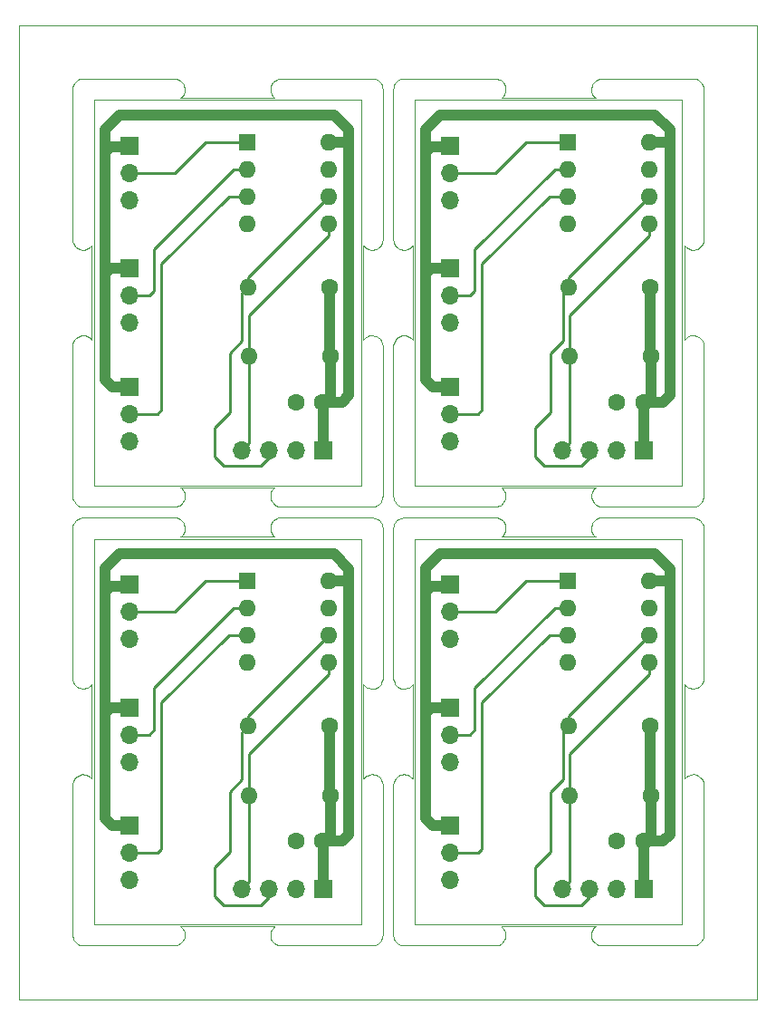
<source format=gbr>
G04 #@! TF.GenerationSoftware,KiCad,Pcbnew,9.0.0*
G04 #@! TF.CreationDate,2025-03-15T22:42:23+01:00*
G04 #@! TF.ProjectId,eeprom_i2c_panel,65657072-6f6d-45f6-9932-635f70616e65,1.1*
G04 #@! TF.SameCoordinates,PX6cb8080PY69db9c0*
G04 #@! TF.FileFunction,Copper,L1,Top*
G04 #@! TF.FilePolarity,Positive*
%FSLAX46Y46*%
G04 Gerber Fmt 4.6, Leading zero omitted, Abs format (unit mm)*
G04 Created by KiCad (PCBNEW 9.0.0) date 2025-03-15 22:42:23*
%MOMM*%
%LPD*%
G01*
G04 APERTURE LIST*
G04 #@! TA.AperFunction,ComponentPad*
%ADD10R,1.600000X1.600000*%
G04 #@! TD*
G04 #@! TA.AperFunction,ComponentPad*
%ADD11O,1.600000X1.600000*%
G04 #@! TD*
G04 #@! TA.AperFunction,ComponentPad*
%ADD12R,1.700000X1.700000*%
G04 #@! TD*
G04 #@! TA.AperFunction,ComponentPad*
%ADD13O,1.700000X1.700000*%
G04 #@! TD*
G04 #@! TA.AperFunction,ComponentPad*
%ADD14C,1.600000*%
G04 #@! TD*
G04 #@! TA.AperFunction,Conductor*
%ADD15C,1.000000*%
G04 #@! TD*
G04 #@! TA.AperFunction,Conductor*
%ADD16C,0.250000*%
G04 #@! TD*
G04 #@! TA.AperFunction,Profile*
%ADD17C,0.100000*%
G04 #@! TD*
G04 APERTURE END LIST*
D10*
G04 #@! TO.P,U1,1,A0*
G04 #@! TO.N,Board_1-Net-(J1-Pin_2)*
X51330000Y80090000D03*
D11*
G04 #@! TO.P,U1,2,A1*
G04 #@! TO.N,Board_1-Net-(J2-Pin_2)*
X51330000Y77550000D03*
G04 #@! TO.P,U1,3,A2*
G04 #@! TO.N,Board_1-Net-(J3-Pin_2)*
X51330000Y75010000D03*
G04 #@! TO.P,U1,4,GND*
G04 #@! TO.N,Board_1-GND*
X51330000Y72470000D03*
G04 #@! TO.P,U1,5,SDA*
G04 #@! TO.N,Board_1-Net-(J4-SDA)*
X58950000Y72470000D03*
G04 #@! TO.P,U1,6,SCL*
G04 #@! TO.N,Board_1-Net-(J4-SCL)*
X58950000Y75010000D03*
G04 #@! TO.P,U1,7,WP*
G04 #@! TO.N,Board_1-GND*
X58950000Y77550000D03*
G04 #@! TO.P,U1,8,VCC*
G04 #@! TO.N,Board_1-Net-(J1-Pin_1)*
X58950000Y80090000D03*
G04 #@! TD*
D12*
G04 #@! TO.P,J2,1,Pin_1*
G04 #@! TO.N,Board_1-Net-(J1-Pin_1)*
X40300000Y68245000D03*
D13*
G04 #@! TO.P,J2,2,Pin_2*
G04 #@! TO.N,Board_1-Net-(J2-Pin_2)*
X40300000Y65705000D03*
G04 #@! TO.P,J2,3,Pin_3*
G04 #@! TO.N,Board_1-GND*
X40300000Y63165000D03*
G04 #@! TD*
D14*
G04 #@! TO.P,R1,1*
G04 #@! TO.N,Board_2-Net-(J1-Pin_1)*
X29120000Y19050000D03*
D11*
G04 #@! TO.P,R1,2*
G04 #@! TO.N,Board_2-Net-(J4-SDA)*
X21500000Y19050000D03*
G04 #@! TD*
D14*
G04 #@! TO.P,C1,1*
G04 #@! TO.N,Board_2-Net-(J1-Pin_1)*
X28400000Y14750000D03*
G04 #@! TO.P,C1,2*
G04 #@! TO.N,Board_2-GND*
X25900000Y14750000D03*
G04 #@! TD*
G04 #@! TO.P,R2,1*
G04 #@! TO.N,Board_3-Net-(J1-Pin_1)*
X59010000Y25500000D03*
D11*
G04 #@! TO.P,R2,2*
G04 #@! TO.N,Board_3-Net-(J4-SCL)*
X51390000Y25500000D03*
G04 #@! TD*
D14*
G04 #@! TO.P,R2,1*
G04 #@! TO.N,Board_2-Net-(J1-Pin_1)*
X29010000Y25500000D03*
D11*
G04 #@! TO.P,R2,2*
G04 #@! TO.N,Board_2-Net-(J4-SCL)*
X21390000Y25500000D03*
G04 #@! TD*
D12*
G04 #@! TO.P,J2,1,Pin_1*
G04 #@! TO.N,Board_0-Net-(J1-Pin_1)*
X10300000Y68245000D03*
D13*
G04 #@! TO.P,J2,2,Pin_2*
G04 #@! TO.N,Board_0-Net-(J2-Pin_2)*
X10300000Y65705000D03*
G04 #@! TO.P,J2,3,Pin_3*
G04 #@! TO.N,Board_0-GND*
X10300000Y63165000D03*
G04 #@! TD*
D12*
G04 #@! TO.P,J1,1,Pin_1*
G04 #@! TO.N,Board_3-Net-(J1-Pin_1)*
X40300000Y38730000D03*
D13*
G04 #@! TO.P,J1,2,Pin_2*
G04 #@! TO.N,Board_3-Net-(J1-Pin_2)*
X40300000Y36190000D03*
G04 #@! TO.P,J1,3,Pin_3*
G04 #@! TO.N,Board_3-GND*
X40300000Y33650000D03*
G04 #@! TD*
D12*
G04 #@! TO.P,J3,1,Pin_1*
G04 #@! TO.N,Board_1-Net-(J1-Pin_1)*
X40300000Y57230000D03*
D13*
G04 #@! TO.P,J3,2,Pin_2*
G04 #@! TO.N,Board_1-Net-(J3-Pin_2)*
X40300000Y54690000D03*
G04 #@! TO.P,J3,3,Pin_3*
G04 #@! TO.N,Board_1-GND*
X40300000Y52150000D03*
G04 #@! TD*
D12*
G04 #@! TO.P,J3,1,Pin_1*
G04 #@! TO.N,Board_3-Net-(J1-Pin_1)*
X40300000Y16230000D03*
D13*
G04 #@! TO.P,J3,2,Pin_2*
G04 #@! TO.N,Board_3-Net-(J3-Pin_2)*
X40300000Y13690000D03*
G04 #@! TO.P,J3,3,Pin_3*
G04 #@! TO.N,Board_3-GND*
X40300000Y11150000D03*
G04 #@! TD*
D14*
G04 #@! TO.P,R2,1*
G04 #@! TO.N,Board_0-Net-(J1-Pin_1)*
X29010000Y66500000D03*
D11*
G04 #@! TO.P,R2,2*
G04 #@! TO.N,Board_0-Net-(J4-SCL)*
X21390000Y66500000D03*
G04 #@! TD*
D12*
G04 #@! TO.P,J3,1,Pin_1*
G04 #@! TO.N,Board_0-Net-(J1-Pin_1)*
X10300000Y57230000D03*
D13*
G04 #@! TO.P,J3,2,Pin_2*
G04 #@! TO.N,Board_0-Net-(J3-Pin_2)*
X10300000Y54690000D03*
G04 #@! TO.P,J3,3,Pin_3*
G04 #@! TO.N,Board_0-GND*
X10300000Y52150000D03*
G04 #@! TD*
D14*
G04 #@! TO.P,R1,1*
G04 #@! TO.N,Board_0-Net-(J1-Pin_1)*
X29120000Y60050000D03*
D11*
G04 #@! TO.P,R1,2*
G04 #@! TO.N,Board_0-Net-(J4-SDA)*
X21500000Y60050000D03*
G04 #@! TD*
D14*
G04 #@! TO.P,R1,1*
G04 #@! TO.N,Board_1-Net-(J1-Pin_1)*
X59120000Y60050000D03*
D11*
G04 #@! TO.P,R1,2*
G04 #@! TO.N,Board_1-Net-(J4-SDA)*
X51500000Y60050000D03*
G04 #@! TD*
D12*
G04 #@! TO.P,J4,1,VCC*
G04 #@! TO.N,Board_0-Net-(J1-Pin_1)*
X28440000Y51250000D03*
D13*
G04 #@! TO.P,J4,2,GND*
G04 #@! TO.N,Board_0-GND*
X25900000Y51250000D03*
G04 #@! TO.P,J4,3,SCL*
G04 #@! TO.N,Board_0-Net-(J4-SCL)*
X23360000Y51250000D03*
G04 #@! TO.P,J4,4,SDA*
G04 #@! TO.N,Board_0-Net-(J4-SDA)*
X20820000Y51250000D03*
G04 #@! TD*
D12*
G04 #@! TO.P,J2,1,Pin_1*
G04 #@! TO.N,Board_2-Net-(J1-Pin_1)*
X10300000Y27245000D03*
D13*
G04 #@! TO.P,J2,2,Pin_2*
G04 #@! TO.N,Board_2-Net-(J2-Pin_2)*
X10300000Y24705000D03*
G04 #@! TO.P,J2,3,Pin_3*
G04 #@! TO.N,Board_2-GND*
X10300000Y22165000D03*
G04 #@! TD*
D12*
G04 #@! TO.P,J1,1,Pin_1*
G04 #@! TO.N,Board_2-Net-(J1-Pin_1)*
X10300000Y38730000D03*
D13*
G04 #@! TO.P,J1,2,Pin_2*
G04 #@! TO.N,Board_2-Net-(J1-Pin_2)*
X10300000Y36190000D03*
G04 #@! TO.P,J1,3,Pin_3*
G04 #@! TO.N,Board_2-GND*
X10300000Y33650000D03*
G04 #@! TD*
D12*
G04 #@! TO.P,J2,1,Pin_1*
G04 #@! TO.N,Board_3-Net-(J1-Pin_1)*
X40300000Y27245000D03*
D13*
G04 #@! TO.P,J2,2,Pin_2*
G04 #@! TO.N,Board_3-Net-(J2-Pin_2)*
X40300000Y24705000D03*
G04 #@! TO.P,J2,3,Pin_3*
G04 #@! TO.N,Board_3-GND*
X40300000Y22165000D03*
G04 #@! TD*
D12*
G04 #@! TO.P,J4,1,VCC*
G04 #@! TO.N,Board_2-Net-(J1-Pin_1)*
X28440000Y10250000D03*
D13*
G04 #@! TO.P,J4,2,GND*
G04 #@! TO.N,Board_2-GND*
X25900000Y10250000D03*
G04 #@! TO.P,J4,3,SCL*
G04 #@! TO.N,Board_2-Net-(J4-SCL)*
X23360000Y10250000D03*
G04 #@! TO.P,J4,4,SDA*
G04 #@! TO.N,Board_2-Net-(J4-SDA)*
X20820000Y10250000D03*
G04 #@! TD*
D10*
G04 #@! TO.P,U1,1,A0*
G04 #@! TO.N,Board_3-Net-(J1-Pin_2)*
X51330000Y39090000D03*
D11*
G04 #@! TO.P,U1,2,A1*
G04 #@! TO.N,Board_3-Net-(J2-Pin_2)*
X51330000Y36550000D03*
G04 #@! TO.P,U1,3,A2*
G04 #@! TO.N,Board_3-Net-(J3-Pin_2)*
X51330000Y34010000D03*
G04 #@! TO.P,U1,4,GND*
G04 #@! TO.N,Board_3-GND*
X51330000Y31470000D03*
G04 #@! TO.P,U1,5,SDA*
G04 #@! TO.N,Board_3-Net-(J4-SDA)*
X58950000Y31470000D03*
G04 #@! TO.P,U1,6,SCL*
G04 #@! TO.N,Board_3-Net-(J4-SCL)*
X58950000Y34010000D03*
G04 #@! TO.P,U1,7,WP*
G04 #@! TO.N,Board_3-GND*
X58950000Y36550000D03*
G04 #@! TO.P,U1,8,VCC*
G04 #@! TO.N,Board_3-Net-(J1-Pin_1)*
X58950000Y39090000D03*
G04 #@! TD*
D10*
G04 #@! TO.P,U1,1,A0*
G04 #@! TO.N,Board_2-Net-(J1-Pin_2)*
X21330000Y39090000D03*
D11*
G04 #@! TO.P,U1,2,A1*
G04 #@! TO.N,Board_2-Net-(J2-Pin_2)*
X21330000Y36550000D03*
G04 #@! TO.P,U1,3,A2*
G04 #@! TO.N,Board_2-Net-(J3-Pin_2)*
X21330000Y34010000D03*
G04 #@! TO.P,U1,4,GND*
G04 #@! TO.N,Board_2-GND*
X21330000Y31470000D03*
G04 #@! TO.P,U1,5,SDA*
G04 #@! TO.N,Board_2-Net-(J4-SDA)*
X28950000Y31470000D03*
G04 #@! TO.P,U1,6,SCL*
G04 #@! TO.N,Board_2-Net-(J4-SCL)*
X28950000Y34010000D03*
G04 #@! TO.P,U1,7,WP*
G04 #@! TO.N,Board_2-GND*
X28950000Y36550000D03*
G04 #@! TO.P,U1,8,VCC*
G04 #@! TO.N,Board_2-Net-(J1-Pin_1)*
X28950000Y39090000D03*
G04 #@! TD*
D14*
G04 #@! TO.P,C1,1*
G04 #@! TO.N,Board_0-Net-(J1-Pin_1)*
X28400000Y55750000D03*
G04 #@! TO.P,C1,2*
G04 #@! TO.N,Board_0-GND*
X25900000Y55750000D03*
G04 #@! TD*
D12*
G04 #@! TO.P,J1,1,Pin_1*
G04 #@! TO.N,Board_0-Net-(J1-Pin_1)*
X10300000Y79730000D03*
D13*
G04 #@! TO.P,J1,2,Pin_2*
G04 #@! TO.N,Board_0-Net-(J1-Pin_2)*
X10300000Y77190000D03*
G04 #@! TO.P,J1,3,Pin_3*
G04 #@! TO.N,Board_0-GND*
X10300000Y74650000D03*
G04 #@! TD*
D12*
G04 #@! TO.P,J4,1,VCC*
G04 #@! TO.N,Board_3-Net-(J1-Pin_1)*
X58440000Y10250000D03*
D13*
G04 #@! TO.P,J4,2,GND*
G04 #@! TO.N,Board_3-GND*
X55900000Y10250000D03*
G04 #@! TO.P,J4,3,SCL*
G04 #@! TO.N,Board_3-Net-(J4-SCL)*
X53360000Y10250000D03*
G04 #@! TO.P,J4,4,SDA*
G04 #@! TO.N,Board_3-Net-(J4-SDA)*
X50820000Y10250000D03*
G04 #@! TD*
D14*
G04 #@! TO.P,C1,1*
G04 #@! TO.N,Board_3-Net-(J1-Pin_1)*
X58400000Y14750000D03*
G04 #@! TO.P,C1,2*
G04 #@! TO.N,Board_3-GND*
X55900000Y14750000D03*
G04 #@! TD*
D12*
G04 #@! TO.P,J4,1,VCC*
G04 #@! TO.N,Board_1-Net-(J1-Pin_1)*
X58440000Y51250000D03*
D13*
G04 #@! TO.P,J4,2,GND*
G04 #@! TO.N,Board_1-GND*
X55900000Y51250000D03*
G04 #@! TO.P,J4,3,SCL*
G04 #@! TO.N,Board_1-Net-(J4-SCL)*
X53360000Y51250000D03*
G04 #@! TO.P,J4,4,SDA*
G04 #@! TO.N,Board_1-Net-(J4-SDA)*
X50820000Y51250000D03*
G04 #@! TD*
D12*
G04 #@! TO.P,J3,1,Pin_1*
G04 #@! TO.N,Board_2-Net-(J1-Pin_1)*
X10300000Y16230000D03*
D13*
G04 #@! TO.P,J3,2,Pin_2*
G04 #@! TO.N,Board_2-Net-(J3-Pin_2)*
X10300000Y13690000D03*
G04 #@! TO.P,J3,3,Pin_3*
G04 #@! TO.N,Board_2-GND*
X10300000Y11150000D03*
G04 #@! TD*
D12*
G04 #@! TO.P,J1,1,Pin_1*
G04 #@! TO.N,Board_1-Net-(J1-Pin_1)*
X40300000Y79730000D03*
D13*
G04 #@! TO.P,J1,2,Pin_2*
G04 #@! TO.N,Board_1-Net-(J1-Pin_2)*
X40300000Y77190000D03*
G04 #@! TO.P,J1,3,Pin_3*
G04 #@! TO.N,Board_1-GND*
X40300000Y74650000D03*
G04 #@! TD*
D10*
G04 #@! TO.P,U1,1,A0*
G04 #@! TO.N,Board_0-Net-(J1-Pin_2)*
X21330000Y80090000D03*
D11*
G04 #@! TO.P,U1,2,A1*
G04 #@! TO.N,Board_0-Net-(J2-Pin_2)*
X21330000Y77550000D03*
G04 #@! TO.P,U1,3,A2*
G04 #@! TO.N,Board_0-Net-(J3-Pin_2)*
X21330000Y75010000D03*
G04 #@! TO.P,U1,4,GND*
G04 #@! TO.N,Board_0-GND*
X21330000Y72470000D03*
G04 #@! TO.P,U1,5,SDA*
G04 #@! TO.N,Board_0-Net-(J4-SDA)*
X28950000Y72470000D03*
G04 #@! TO.P,U1,6,SCL*
G04 #@! TO.N,Board_0-Net-(J4-SCL)*
X28950000Y75010000D03*
G04 #@! TO.P,U1,7,WP*
G04 #@! TO.N,Board_0-GND*
X28950000Y77550000D03*
G04 #@! TO.P,U1,8,VCC*
G04 #@! TO.N,Board_0-Net-(J1-Pin_1)*
X28950000Y80090000D03*
G04 #@! TD*
D14*
G04 #@! TO.P,R1,1*
G04 #@! TO.N,Board_3-Net-(J1-Pin_1)*
X59120000Y19050000D03*
D11*
G04 #@! TO.P,R1,2*
G04 #@! TO.N,Board_3-Net-(J4-SDA)*
X51500000Y19050000D03*
G04 #@! TD*
D14*
G04 #@! TO.P,R2,1*
G04 #@! TO.N,Board_1-Net-(J1-Pin_1)*
X59010000Y66500000D03*
D11*
G04 #@! TO.P,R2,2*
G04 #@! TO.N,Board_1-Net-(J4-SCL)*
X51390000Y66500000D03*
G04 #@! TD*
D14*
G04 #@! TO.P,C1,1*
G04 #@! TO.N,Board_1-Net-(J1-Pin_1)*
X58400000Y55750000D03*
G04 #@! TO.P,C1,2*
G04 #@! TO.N,Board_1-GND*
X55900000Y55750000D03*
G04 #@! TD*
D15*
G04 #@! TO.N,Board_0-Net-(J1-Pin_1)*
X9400000Y82600000D02*
X29450000Y82600000D01*
X10170000Y79600000D02*
X10300000Y79730000D01*
X29450000Y82600000D02*
X30850000Y81200000D01*
X30460000Y80090000D02*
X28950000Y80090000D01*
X8050000Y67750000D02*
X8545000Y68245000D01*
X8050000Y57860000D02*
X8680000Y57230000D01*
D16*
X28440000Y55710000D02*
X28400000Y55750000D01*
D15*
X30200000Y55750000D02*
X30850000Y56400000D01*
X29120000Y60050000D02*
X29120000Y56390000D01*
X30850000Y56400000D02*
X30850000Y79700000D01*
X30850000Y81200000D02*
X30850000Y79700000D01*
X28480000Y55750000D02*
X30200000Y55750000D01*
X8050000Y67750000D02*
X8050000Y79100000D01*
X8545000Y68245000D02*
X10300000Y68245000D01*
D16*
X28440000Y55710000D02*
X28480000Y55750000D01*
D15*
X8050000Y67750000D02*
X8050000Y57860000D01*
X8050000Y81250000D02*
X9400000Y82600000D01*
D16*
X29120000Y56390000D02*
X28480000Y55750000D01*
D15*
X8550000Y79600000D02*
X10170000Y79600000D01*
X30850000Y79700000D02*
X30460000Y80090000D01*
X29010000Y66500000D02*
X29010000Y60160000D01*
X28440000Y51250000D02*
X28440000Y55710000D01*
X8050000Y79100000D02*
X8050000Y81250000D01*
X8680000Y57230000D02*
X10300000Y57230000D01*
D16*
X29010000Y60160000D02*
X29120000Y60050000D01*
D15*
X8050000Y79100000D02*
X8550000Y79600000D01*
D16*
G04 #@! TO.N,Board_0-Net-(J1-Pin_2)*
X10300000Y77190000D02*
X14540000Y77190000D01*
X17440000Y80090000D02*
X21330000Y80090000D01*
X14540000Y77190000D02*
X17440000Y80090000D01*
G04 #@! TO.N,Board_0-Net-(J2-Pin_2)*
X12155000Y65705000D02*
X12600000Y66150000D01*
X12600000Y66150000D02*
X12600000Y70050000D01*
X20100000Y77550000D02*
X21330000Y77550000D01*
X12600000Y70050000D02*
X20100000Y77550000D01*
X10300000Y65705000D02*
X12155000Y65705000D01*
G04 #@! TO.N,Board_0-Net-(J3-Pin_2)*
X21330000Y75010000D02*
X19610000Y75010000D01*
X13300000Y68700000D02*
X13300000Y55050000D01*
X12940000Y54690000D02*
X10300000Y54690000D01*
X19610000Y75010000D02*
X13300000Y68700000D01*
X13300000Y55050000D02*
X12940000Y54690000D01*
G04 #@! TO.N,Board_0-Net-(J4-SCL)*
X23360000Y50560000D02*
X23360000Y51250000D01*
X22600000Y49800000D02*
X23360000Y50560000D01*
X18250000Y53350000D02*
X18250000Y50650000D01*
X20850000Y61500000D02*
X19700000Y60350000D01*
X21390000Y67450000D02*
X21390000Y66500000D01*
X18250000Y50650000D02*
X19100000Y49800000D01*
X20850000Y65960000D02*
X20850000Y61500000D01*
X21390000Y66500000D02*
X20850000Y65960000D01*
X19100000Y49800000D02*
X22600000Y49800000D01*
X19700000Y54800000D02*
X18250000Y53350000D01*
X19700000Y60350000D02*
X19700000Y54800000D01*
X28950000Y75010000D02*
X21390000Y67450000D01*
G04 #@! TO.N,Board_0-Net-(J4-SDA)*
X21500000Y51930000D02*
X20820000Y51250000D01*
X21500000Y63888630D02*
X21500000Y60050000D01*
X28950000Y72470000D02*
X28950000Y71338630D01*
X21500000Y60050000D02*
X21500000Y51930000D01*
X28950000Y71338630D02*
X21500000Y63888630D01*
D15*
G04 #@! TO.N,Board_1-Net-(J1-Pin_1)*
X58440000Y51250000D02*
X58440000Y55710000D01*
X38680000Y57230000D02*
X40300000Y57230000D01*
X38050000Y57860000D02*
X38680000Y57230000D01*
X38050000Y81250000D02*
X39400000Y82600000D01*
D16*
X58440000Y55710000D02*
X58480000Y55750000D01*
D15*
X39400000Y82600000D02*
X59450000Y82600000D01*
X38050000Y67750000D02*
X38050000Y79100000D01*
X60460000Y80090000D02*
X58950000Y80090000D01*
D16*
X58440000Y55710000D02*
X58400000Y55750000D01*
D15*
X60850000Y81200000D02*
X60850000Y79700000D01*
X60850000Y79700000D02*
X60460000Y80090000D01*
X38550000Y79600000D02*
X40170000Y79600000D01*
X60200000Y55750000D02*
X60850000Y56400000D01*
X38050000Y79100000D02*
X38050000Y81250000D01*
X60850000Y56400000D02*
X60850000Y79700000D01*
X38050000Y67750000D02*
X38050000Y57860000D01*
X58480000Y55750000D02*
X60200000Y55750000D01*
X59010000Y66500000D02*
X59010000Y60160000D01*
X38545000Y68245000D02*
X40300000Y68245000D01*
X38050000Y79100000D02*
X38550000Y79600000D01*
X59120000Y60050000D02*
X59120000Y56390000D01*
D16*
X59010000Y60160000D02*
X59120000Y60050000D01*
D15*
X38050000Y67750000D02*
X38545000Y68245000D01*
D16*
X59120000Y56390000D02*
X58480000Y55750000D01*
D15*
X40170000Y79600000D02*
X40300000Y79730000D01*
X59450000Y82600000D02*
X60850000Y81200000D01*
D16*
G04 #@! TO.N,Board_1-Net-(J1-Pin_2)*
X44540000Y77190000D02*
X47440000Y80090000D01*
X47440000Y80090000D02*
X51330000Y80090000D01*
X40300000Y77190000D02*
X44540000Y77190000D01*
G04 #@! TO.N,Board_1-Net-(J2-Pin_2)*
X42600000Y70050000D02*
X50100000Y77550000D01*
X40300000Y65705000D02*
X42155000Y65705000D01*
X42600000Y66150000D02*
X42600000Y70050000D01*
X42155000Y65705000D02*
X42600000Y66150000D01*
X50100000Y77550000D02*
X51330000Y77550000D01*
G04 #@! TO.N,Board_1-Net-(J3-Pin_2)*
X49610000Y75010000D02*
X43300000Y68700000D01*
X43300000Y68700000D02*
X43300000Y55050000D01*
X51330000Y75010000D02*
X49610000Y75010000D01*
X42940000Y54690000D02*
X40300000Y54690000D01*
X43300000Y55050000D02*
X42940000Y54690000D01*
G04 #@! TO.N,Board_1-Net-(J4-SCL)*
X50850000Y61500000D02*
X49700000Y60350000D01*
X48250000Y50650000D02*
X49100000Y49800000D01*
X53360000Y50560000D02*
X53360000Y51250000D01*
X49700000Y54800000D02*
X48250000Y53350000D01*
X48250000Y53350000D02*
X48250000Y50650000D01*
X58950000Y75010000D02*
X51390000Y67450000D01*
X49700000Y60350000D02*
X49700000Y54800000D01*
X51390000Y66500000D02*
X50850000Y65960000D01*
X50850000Y65960000D02*
X50850000Y61500000D01*
X51390000Y67450000D02*
X51390000Y66500000D01*
X52600000Y49800000D02*
X53360000Y50560000D01*
X49100000Y49800000D02*
X52600000Y49800000D01*
G04 #@! TO.N,Board_1-Net-(J4-SDA)*
X58950000Y72470000D02*
X58950000Y71338630D01*
X58950000Y71338630D02*
X51500000Y63888630D01*
X51500000Y60050000D02*
X51500000Y51930000D01*
X51500000Y63888630D02*
X51500000Y60050000D01*
X51500000Y51930000D02*
X50820000Y51250000D01*
D15*
G04 #@! TO.N,Board_2-Net-(J1-Pin_1)*
X8050000Y38100000D02*
X8050000Y40250000D01*
X8545000Y27245000D02*
X10300000Y27245000D01*
X8050000Y38100000D02*
X8550000Y38600000D01*
X9400000Y41600000D02*
X29450000Y41600000D01*
D16*
X29010000Y19160000D02*
X29120000Y19050000D01*
D15*
X10170000Y38600000D02*
X10300000Y38730000D01*
X8050000Y26750000D02*
X8050000Y16860000D01*
X30460000Y39090000D02*
X28950000Y39090000D01*
X29120000Y19050000D02*
X29120000Y15390000D01*
X8050000Y40250000D02*
X9400000Y41600000D01*
X8550000Y38600000D02*
X10170000Y38600000D01*
X30850000Y38700000D02*
X30460000Y39090000D01*
X29450000Y41600000D02*
X30850000Y40200000D01*
D16*
X28440000Y14710000D02*
X28480000Y14750000D01*
D15*
X28440000Y10250000D02*
X28440000Y14710000D01*
X28480000Y14750000D02*
X30200000Y14750000D01*
D16*
X28440000Y14710000D02*
X28400000Y14750000D01*
D15*
X8050000Y26750000D02*
X8050000Y38100000D01*
X8050000Y16860000D02*
X8680000Y16230000D01*
X29010000Y25500000D02*
X29010000Y19160000D01*
X8680000Y16230000D02*
X10300000Y16230000D01*
X30850000Y15400000D02*
X30850000Y38700000D01*
X30200000Y14750000D02*
X30850000Y15400000D01*
X30850000Y40200000D02*
X30850000Y38700000D01*
X8050000Y26750000D02*
X8545000Y27245000D01*
D16*
X29120000Y15390000D02*
X28480000Y14750000D01*
G04 #@! TO.N,Board_2-Net-(J1-Pin_2)*
X14540000Y36190000D02*
X17440000Y39090000D01*
X10300000Y36190000D02*
X14540000Y36190000D01*
X17440000Y39090000D02*
X21330000Y39090000D01*
G04 #@! TO.N,Board_2-Net-(J2-Pin_2)*
X10300000Y24705000D02*
X12155000Y24705000D01*
X12600000Y29050000D02*
X20100000Y36550000D01*
X20100000Y36550000D02*
X21330000Y36550000D01*
X12600000Y25150000D02*
X12600000Y29050000D01*
X12155000Y24705000D02*
X12600000Y25150000D01*
G04 #@! TO.N,Board_2-Net-(J3-Pin_2)*
X19610000Y34010000D02*
X13300000Y27700000D01*
X13300000Y27700000D02*
X13300000Y14050000D01*
X21330000Y34010000D02*
X19610000Y34010000D01*
X12940000Y13690000D02*
X10300000Y13690000D01*
X13300000Y14050000D02*
X12940000Y13690000D01*
G04 #@! TO.N,Board_2-Net-(J4-SCL)*
X19700000Y13800000D02*
X18250000Y12350000D01*
X20850000Y24960000D02*
X20850000Y20500000D01*
X18250000Y9650000D02*
X19100000Y8800000D01*
X18250000Y12350000D02*
X18250000Y9650000D01*
X23360000Y9560000D02*
X23360000Y10250000D01*
X21390000Y26450000D02*
X21390000Y25500000D01*
X28950000Y34010000D02*
X21390000Y26450000D01*
X20850000Y20500000D02*
X19700000Y19350000D01*
X19100000Y8800000D02*
X22600000Y8800000D01*
X21390000Y25500000D02*
X20850000Y24960000D01*
X19700000Y19350000D02*
X19700000Y13800000D01*
X22600000Y8800000D02*
X23360000Y9560000D01*
G04 #@! TO.N,Board_2-Net-(J4-SDA)*
X21500000Y10930000D02*
X20820000Y10250000D01*
X28950000Y30338630D02*
X21500000Y22888630D01*
X21500000Y19050000D02*
X21500000Y10930000D01*
X28950000Y31470000D02*
X28950000Y30338630D01*
X21500000Y22888630D02*
X21500000Y19050000D01*
D15*
G04 #@! TO.N,Board_3-Net-(J1-Pin_1)*
X38050000Y38100000D02*
X38550000Y38600000D01*
X60850000Y38700000D02*
X60460000Y39090000D01*
D16*
X58440000Y14710000D02*
X58400000Y14750000D01*
D15*
X60850000Y15400000D02*
X60850000Y38700000D01*
X38050000Y40250000D02*
X39400000Y41600000D01*
X59120000Y19050000D02*
X59120000Y15390000D01*
X38050000Y16860000D02*
X38680000Y16230000D01*
X38050000Y26750000D02*
X38545000Y27245000D01*
X38545000Y27245000D02*
X40300000Y27245000D01*
X38050000Y26750000D02*
X38050000Y38100000D01*
X59450000Y41600000D02*
X60850000Y40200000D01*
X38050000Y26750000D02*
X38050000Y16860000D01*
X38550000Y38600000D02*
X40170000Y38600000D01*
X38680000Y16230000D02*
X40300000Y16230000D01*
D16*
X59010000Y19160000D02*
X59120000Y19050000D01*
D15*
X58440000Y10250000D02*
X58440000Y14710000D01*
X60200000Y14750000D02*
X60850000Y15400000D01*
X59010000Y25500000D02*
X59010000Y19160000D01*
X60460000Y39090000D02*
X58950000Y39090000D01*
D16*
X58440000Y14710000D02*
X58480000Y14750000D01*
D15*
X58480000Y14750000D02*
X60200000Y14750000D01*
X60850000Y40200000D02*
X60850000Y38700000D01*
X39400000Y41600000D02*
X59450000Y41600000D01*
X40170000Y38600000D02*
X40300000Y38730000D01*
D16*
X59120000Y15390000D02*
X58480000Y14750000D01*
D15*
X38050000Y38100000D02*
X38050000Y40250000D01*
D16*
G04 #@! TO.N,Board_3-Net-(J1-Pin_2)*
X40300000Y36190000D02*
X44540000Y36190000D01*
X47440000Y39090000D02*
X51330000Y39090000D01*
X44540000Y36190000D02*
X47440000Y39090000D01*
G04 #@! TO.N,Board_3-Net-(J2-Pin_2)*
X42600000Y29050000D02*
X50100000Y36550000D01*
X40300000Y24705000D02*
X42155000Y24705000D01*
X50100000Y36550000D02*
X51330000Y36550000D01*
X42155000Y24705000D02*
X42600000Y25150000D01*
X42600000Y25150000D02*
X42600000Y29050000D01*
G04 #@! TO.N,Board_3-Net-(J3-Pin_2)*
X42940000Y13690000D02*
X40300000Y13690000D01*
X43300000Y14050000D02*
X42940000Y13690000D01*
X49610000Y34010000D02*
X43300000Y27700000D01*
X43300000Y27700000D02*
X43300000Y14050000D01*
X51330000Y34010000D02*
X49610000Y34010000D01*
G04 #@! TO.N,Board_3-Net-(J4-SCL)*
X52600000Y8800000D02*
X53360000Y9560000D01*
X51390000Y25500000D02*
X50850000Y24960000D01*
X50850000Y20500000D02*
X49700000Y19350000D01*
X49700000Y19350000D02*
X49700000Y13800000D01*
X49700000Y13800000D02*
X48250000Y12350000D01*
X49100000Y8800000D02*
X52600000Y8800000D01*
X48250000Y12350000D02*
X48250000Y9650000D01*
X58950000Y34010000D02*
X51390000Y26450000D01*
X50850000Y24960000D02*
X50850000Y20500000D01*
X48250000Y9650000D02*
X49100000Y8800000D01*
X53360000Y9560000D02*
X53360000Y10250000D01*
X51390000Y26450000D02*
X51390000Y25500000D01*
G04 #@! TO.N,Board_3-Net-(J4-SDA)*
X51500000Y22888630D02*
X51500000Y19050000D01*
X58950000Y30338630D02*
X51500000Y22888630D01*
X51500000Y10930000D02*
X50820000Y10250000D01*
X51500000Y19050000D02*
X51500000Y10930000D01*
X58950000Y31470000D02*
X58950000Y30338630D01*
G04 #@! TD*
D17*
X35485411Y61857871D02*
X35662447Y61941603D01*
X35709005Y46043017D02*
X35485411Y46142130D01*
X35142129Y85514589D02*
X35292600Y85707400D01*
X45404085Y47428128D02*
X45456983Y47290995D01*
X6471925Y29117961D02*
X6290994Y29043017D01*
X5328112Y61741210D02*
X5485411Y61857871D01*
X63098919Y29004811D02*
X62901080Y29004811D01*
X62000000Y43000000D02*
X62000000Y7000000D01*
X63514588Y44857871D02*
X63707399Y44707400D01*
X54116699Y44923956D02*
X54256262Y44970061D01*
X35168362Y29443986D02*
X35095914Y29571873D01*
X35076044Y85383301D02*
X35142129Y85514589D01*
X33671887Y46258791D02*
X33471925Y46117961D01*
X35662447Y20941603D02*
X35852416Y20989188D01*
X6634758Y29226763D02*
X6471925Y29117961D01*
X32365241Y70226763D02*
X32226762Y70365242D01*
X45092617Y84200000D02*
X53907382Y84200000D01*
X34000000Y46999013D02*
X33989187Y46852417D01*
X36471925Y70117961D02*
X36290994Y70043017D01*
X35292600Y46292601D02*
X35142129Y46485412D01*
X5901080Y70004811D02*
X5709005Y70043017D01*
X23642129Y47514589D02*
X23758790Y47671888D01*
X64000000Y5999013D02*
X63970060Y5756263D01*
X14743737Y46029940D02*
X14500987Y46000000D01*
X7000000Y84000000D02*
X32000000Y84000000D01*
X63290994Y5043017D02*
X63050018Y5001204D01*
X63195895Y61980805D02*
X63337552Y61941603D01*
X5485411Y61857871D02*
X5662447Y61941603D01*
X5571872Y20904086D02*
X5756262Y20970061D01*
X32226762Y70365242D02*
X32200000Y70405295D01*
X35292600Y5292601D02*
X35142129Y5485412D01*
X6634758Y70226763D02*
X6471925Y70117961D01*
X63803404Y20596104D02*
X63882039Y20471926D01*
X15171887Y85741210D02*
X15273237Y85634759D01*
X63671887Y46258791D02*
X63471925Y46117961D01*
X15056014Y5168363D02*
X14928127Y5095915D01*
X23543016Y85290995D02*
X23617960Y85471926D01*
X45014588Y85857871D02*
X45171887Y85741210D01*
X63970060Y44243738D02*
X64000000Y44000988D01*
X37000000Y7000000D02*
X37000000Y43000000D01*
X23943985Y44831638D02*
X24116699Y44923956D01*
X35571872Y70095915D02*
X35403896Y70196596D01*
X32804104Y61980805D02*
X33050018Y61998797D01*
X33923955Y44383301D02*
X33970060Y44243738D01*
X54256262Y46029940D02*
X54071872Y46095915D01*
X36634758Y70226763D02*
X36471925Y70117961D01*
X45489187Y5852417D02*
X45456983Y5709006D01*
X5365241Y70226763D02*
X5258790Y70328113D01*
X63514588Y85857871D02*
X63707399Y85707400D01*
X23510812Y6147584D02*
X23558397Y6337553D01*
X63970060Y70756263D02*
X63904085Y70571873D01*
X23758790Y6671888D02*
X23900140Y6800000D01*
X33290994Y5043017D02*
X33050018Y5001204D01*
X45500000Y47000988D02*
X45489187Y46852417D01*
X53558397Y85337553D02*
X53617960Y85471926D01*
X15092617Y43200000D02*
X23907382Y43200000D01*
X35168362Y70443986D02*
X35076044Y70616700D01*
X481Y655D02*
X68999345Y482D01*
X24449981Y5001204D02*
X24256262Y5029940D01*
X33741209Y70328113D02*
X33596103Y70196596D01*
X33831637Y29443986D02*
X33707399Y29292601D01*
X32200000Y70405295D02*
X32200000Y61596555D01*
X63970060Y5756263D02*
X63923955Y5616700D01*
X23543016Y44290995D02*
X23617960Y44471926D01*
X53828112Y84258791D02*
X53696595Y84403897D01*
X63923955Y85383301D02*
X63970060Y85243738D01*
X15171887Y44741210D02*
X15303404Y44596104D01*
X45470060Y84756263D02*
X45404085Y84571873D01*
X32528074Y29117961D02*
X32365241Y29226763D01*
X45489187Y46852417D02*
X45456983Y46709006D01*
X63098919Y70004811D02*
X62901080Y70004811D01*
X45498796Y43949982D02*
X45470060Y43756263D01*
X36290994Y70043017D02*
X36098919Y70004811D01*
X32000000Y7000000D02*
X7000000Y7000000D01*
X33290994Y70043017D02*
X33098919Y70004811D01*
X5001203Y29949982D02*
X5000000Y44000988D01*
X35001203Y61050019D02*
X35029939Y61243738D01*
X44883300Y44923956D02*
X45014588Y44857871D01*
X53529939Y6243738D02*
X53595914Y6428128D01*
X35076044Y5616700D02*
X35029939Y5756263D01*
X5328112Y5258791D02*
X5168362Y5443986D01*
X35000000Y46999013D02*
X35001203Y61050019D01*
X53828112Y5258791D02*
X53696595Y5403897D01*
X35949981Y85998797D02*
X44550018Y85998797D01*
X14790994Y5043017D02*
X14647583Y5010813D01*
X45171887Y85741210D02*
X45273237Y85634759D01*
X63707399Y85707400D02*
X63857870Y85514589D01*
X33050018Y44998797D02*
X33290994Y44956984D01*
X45092617Y43200000D02*
X53907382Y43200000D01*
X45171887Y44741210D02*
X45273237Y44634759D01*
X33923955Y85383301D02*
X33970060Y85243738D01*
X45241209Y46328113D02*
X45134758Y46226763D01*
X15470060Y84756263D02*
X15404085Y84571873D01*
X63707399Y70292601D02*
X63556014Y70168363D01*
X54352416Y5010813D02*
X54162447Y5058398D01*
X6098919Y70004811D02*
X5901080Y70004811D01*
X36337552Y20941603D02*
X36514588Y20857871D01*
X15303404Y43403897D02*
X15171887Y43258791D01*
X53696595Y84403897D02*
X53595914Y84571873D01*
X23501203Y43949982D02*
X23510812Y44147584D01*
X23758790Y47671888D02*
X23900140Y47800000D01*
X53617960Y85471926D02*
X53696595Y85596104D01*
X63998796Y70949982D02*
X63970060Y70756263D01*
X53510812Y47147584D02*
X53558397Y47337553D01*
X5168362Y5443986D02*
X5095914Y5571873D01*
X53668362Y6556015D02*
X53792600Y6707400D01*
X33428127Y61904086D02*
X33556014Y61831638D01*
X14695895Y85980805D02*
X14883300Y85923956D01*
X33904085Y29571873D02*
X33831637Y29443986D01*
X33904085Y46571873D02*
X33831637Y46443986D01*
X36514588Y61857871D02*
X36671887Y61741210D01*
X36773237Y29365242D02*
X36634758Y29226763D01*
X32258790Y61671888D02*
X32365241Y61773238D01*
X5076044Y29616700D02*
X5019195Y29804105D01*
X33956983Y5709006D02*
X33904085Y5571873D01*
X5142129Y85514589D02*
X5292600Y85707400D01*
X23500000Y6000988D02*
X23510812Y6147584D01*
X45382039Y44471926D02*
X45441602Y44337553D01*
X14550018Y44998797D02*
X14743737Y44970061D01*
X5403896Y20803405D02*
X5571872Y20904086D01*
X5949981Y85998797D02*
X14550018Y85998797D01*
X5029939Y46756263D02*
X5000000Y46999013D01*
X44550018Y85998797D02*
X44743737Y85970061D01*
X45404085Y43571873D02*
X45303404Y43403897D01*
X5485411Y85857871D02*
X5709005Y85956984D01*
X5142129Y44514589D02*
X5292600Y44707400D01*
X15382039Y44471926D02*
X15441602Y44337553D01*
X63803404Y70403897D02*
X63707399Y70292601D01*
X45096758Y47800000D02*
X45134758Y47773238D01*
X33707399Y85707400D02*
X33857870Y85514589D01*
X35292600Y29292601D02*
X35168362Y29443986D01*
X63803404Y29403897D02*
X63707399Y29292601D01*
X36773237Y70365242D02*
X36634758Y70226763D01*
X33290994Y85956984D02*
X33514588Y85857871D01*
X62200000Y29405295D02*
X62200000Y20599679D01*
X64000000Y46999013D02*
X63989187Y46852417D01*
X24116699Y85923956D02*
X24256262Y85970061D01*
X5196595Y61596104D02*
X5328112Y61741210D01*
X63831637Y46443986D02*
X63671887Y46258791D01*
X24256262Y46029940D02*
X24071872Y46095915D01*
X63998796Y29949982D02*
X63970060Y29756263D01*
X33050018Y5001204D02*
X24449981Y5001204D01*
X53758790Y47671888D02*
X53900140Y47800000D01*
X63857870Y85514589D02*
X63923955Y85383301D01*
X35001203Y20050019D02*
X35029939Y20243738D01*
X23529939Y43756263D02*
X23501203Y43949982D01*
X5485411Y44857871D02*
X5709005Y44956984D01*
X15498796Y84949982D02*
X15470060Y84756263D01*
X15441602Y44337553D02*
X15489187Y44147584D01*
X63904085Y70571873D02*
X63803404Y70403897D01*
X45014588Y46142130D02*
X44883300Y46076045D01*
X35709005Y5043017D02*
X35485411Y5142130D01*
X5095914Y5571873D02*
X5043016Y5709006D01*
X63050018Y61998797D02*
X63195895Y61980805D01*
X68999345Y482D02*
X68999518Y90999346D01*
X35852416Y20989188D02*
X36000987Y21000000D01*
X32709005Y29043017D02*
X32528074Y29117961D01*
X62365241Y29226763D02*
X62226762Y29365242D01*
X54499012Y5000000D02*
X54352416Y5010813D01*
X33050018Y20998797D02*
X33195895Y20980805D01*
X24256262Y5029940D02*
X24071872Y5095915D01*
X33428127Y70095915D02*
X33290994Y70043017D01*
X34000000Y61000988D02*
X34000000Y46999013D01*
X5076044Y70616700D02*
X5029939Y70756263D01*
X33098919Y29004811D02*
X32901080Y29004811D01*
X6290994Y20956984D02*
X6471925Y20882040D01*
X53501203Y43949982D02*
X53510812Y44147584D01*
X6337552Y61941603D02*
X6514588Y61857871D01*
X63970060Y29756263D02*
X63904085Y29571873D01*
X36147583Y20989188D02*
X36337552Y20941603D01*
X6800363Y70405839D02*
X6773237Y70365242D01*
X23696595Y84403897D02*
X23595914Y84571873D01*
X35076044Y70616700D02*
X35019195Y70804105D01*
X33596103Y70196596D02*
X33428127Y70095915D01*
X35901080Y29004811D02*
X35756262Y29029940D01*
X33882039Y61471926D02*
X33970060Y61243738D01*
X5076044Y85383301D02*
X5142129Y85514589D01*
X24256262Y85970061D02*
X24449981Y85998797D01*
X64000000Y44000988D02*
X63998796Y29949982D01*
X15470060Y43756263D02*
X15404085Y43571873D01*
X64000000Y20000988D02*
X64000000Y5999013D01*
X33998796Y70949982D02*
X33980804Y70804105D01*
X15331637Y47556015D02*
X15404085Y47428128D01*
X63857870Y44514589D02*
X63923955Y44383301D01*
X45404085Y46571873D02*
X45331637Y46443986D01*
X54449981Y46001204D02*
X54256262Y46029940D01*
X45331637Y5443986D02*
X45241209Y5328113D01*
X62200000Y20599679D02*
X62365241Y20773238D01*
X62365241Y20773238D02*
X62571872Y20904086D01*
X63050018Y46001204D02*
X54449981Y46001204D01*
X23907382Y84200000D02*
X23828112Y84258791D01*
X6098919Y20995190D02*
X6290994Y20956984D01*
X45331637Y46443986D02*
X45241209Y46328113D01*
X33831637Y5443986D02*
X33707399Y5292601D01*
X15489187Y44147584D02*
X15498796Y43949982D01*
X45456983Y47290995D02*
X45489187Y47147584D01*
X45303404Y84403897D02*
X45171887Y84258791D01*
X15495189Y5901081D02*
X15470060Y5756263D01*
X23758790Y5328113D02*
X23642129Y5485412D01*
X5403896Y29196596D02*
X5258790Y29328113D01*
X45134758Y6773238D02*
X45241209Y6671888D01*
X35485411Y46142130D02*
X35292600Y46292601D01*
X5142129Y70485412D02*
X5076044Y70616700D01*
X63904085Y29571873D02*
X63803404Y29403897D01*
X45470060Y43756263D02*
X45404085Y43571873D01*
X23500000Y47000988D02*
X23510812Y47147584D01*
X33970060Y20243738D02*
X34000000Y20000988D01*
X5058397Y20337553D02*
X5142129Y20514589D01*
X53558397Y44337553D02*
X53617960Y44471926D01*
X24071872Y46095915D02*
X23903896Y46196596D01*
X45331637Y47556015D02*
X45404085Y47428128D01*
X23758790Y46328113D02*
X23642129Y46485412D01*
X35142129Y46485412D02*
X35076044Y46616700D01*
X35258790Y70328113D02*
X35168362Y70443986D01*
X7000000Y48000000D02*
X7000000Y84000000D01*
X35000000Y5999013D02*
X35001203Y20050019D01*
X45273237Y85634759D02*
X45382039Y85471926D01*
X15404085Y84571873D02*
X15303404Y84403897D01*
X35029939Y20243738D02*
X35095914Y20428128D01*
X35029939Y29756263D02*
X35001203Y29949982D01*
X36800363Y70405839D02*
X36773237Y70365242D01*
X5709005Y85956984D02*
X5949981Y85998797D01*
X23903896Y46196596D02*
X23758790Y46328113D01*
X36671887Y20741210D02*
X36800598Y20599199D01*
X45273237Y44634759D02*
X45382039Y44471926D01*
X63243737Y46029940D02*
X63050018Y46001204D01*
X15404085Y6428128D02*
X15456983Y6290995D01*
X63556014Y70168363D02*
X63428127Y70095915D01*
X15171887Y43258791D02*
X15092617Y43200000D01*
X5852416Y61989188D02*
X6000987Y62000000D01*
X14500987Y46000000D02*
X5949981Y46001204D01*
X35901080Y70004811D02*
X35709005Y70043017D01*
X53510812Y44147584D02*
X53558397Y44337553D01*
X5029939Y70756263D02*
X5001203Y70949982D01*
X23510812Y44147584D02*
X23543016Y44290995D01*
X35485411Y5142130D02*
X35292600Y5292601D01*
X54449981Y44998797D02*
X63050018Y44998797D01*
X63050018Y85998797D02*
X63290994Y85956984D01*
X45134758Y5226763D02*
X45014588Y5142130D01*
X45014588Y44857871D02*
X45171887Y44741210D01*
X15303404Y44596104D02*
X15382039Y44471926D01*
X44743737Y5029940D02*
X44500987Y5000000D01*
X23558397Y46662448D02*
X23510812Y46852417D01*
X23642129Y6514589D02*
X23758790Y6671888D01*
X33556014Y61831638D02*
X33741209Y61671888D01*
X35029939Y46756263D02*
X35000000Y46999013D01*
X45456983Y46709006D02*
X45404085Y46571873D01*
X63290994Y44956984D02*
X63514588Y44857871D01*
X33428127Y29095915D02*
X33243737Y29029940D01*
X33989187Y46852417D02*
X33956983Y46709006D01*
X63904085Y46571873D02*
X63831637Y46443986D01*
X45441602Y44337553D02*
X45489187Y44147584D01*
X35709005Y44956984D02*
X35949981Y44998797D01*
X33707399Y5292601D02*
X33514588Y5142130D01*
X23510812Y47147584D02*
X23558397Y47337553D01*
X53828112Y44741210D02*
X53943985Y44831638D01*
X15014588Y46142130D02*
X14883300Y46076045D01*
X33337552Y20941603D02*
X33556014Y20831638D01*
X35019195Y70804105D02*
X35001203Y70949982D01*
X14550018Y85998797D02*
X14695895Y85980805D01*
X35709005Y70043017D02*
X35571872Y70095915D01*
X63337552Y61941603D02*
X63556014Y61831638D01*
X35196595Y61596104D02*
X35328112Y61741210D01*
X35571872Y29095915D02*
X35403896Y29196596D01*
X5756262Y20970061D02*
X5949981Y20998797D01*
X23828112Y84258791D02*
X23696595Y84403897D01*
X54449981Y85998797D02*
X63050018Y85998797D01*
X5010812Y5852417D02*
X5000000Y5999013D01*
X33707399Y44707400D02*
X33857870Y44514589D01*
X5528074Y70117961D02*
X5365241Y70226763D01*
X45456983Y6290995D02*
X45489187Y6147584D01*
X36634758Y29226763D02*
X36471925Y29117961D01*
X5000000Y20000988D02*
X5010812Y20147584D01*
X35029939Y5756263D02*
X35000000Y5999013D01*
X63923955Y5616700D02*
X63857870Y5485412D01*
X62901080Y70004811D02*
X62709005Y70043017D01*
X15489187Y47147584D02*
X15500000Y47000988D01*
X33514588Y5142130D02*
X33290994Y5043017D01*
X5709005Y46043017D02*
X5485411Y46142130D01*
X24449981Y46001204D02*
X24256262Y46029940D01*
X36147583Y61989188D02*
X36337552Y61941603D01*
X35485411Y85857871D02*
X35709005Y85956984D01*
X32804104Y20980805D02*
X33050018Y20998797D01*
X23828112Y85741210D02*
X23943985Y85831638D01*
X45241209Y5328113D02*
X45134758Y5226763D01*
X35485411Y44857871D02*
X35709005Y44956984D01*
X23900140Y6800000D02*
X15096758Y6800000D01*
X62226762Y70365242D02*
X62200000Y70405295D01*
X54116699Y85923956D02*
X54304104Y85980805D01*
X6147583Y61989188D02*
X6337552Y61941603D01*
X23943985Y85831638D02*
X24116699Y85923956D01*
X53500000Y47000988D02*
X53510812Y47147584D01*
X53558397Y46662448D02*
X53510812Y46852417D01*
X35076044Y46616700D02*
X35029939Y46756263D01*
X23529939Y84756263D02*
X23501203Y84949982D01*
X5019195Y29804105D02*
X5001203Y29949982D01*
X44500987Y46000000D02*
X35949981Y46001204D01*
X5292600Y44707400D02*
X5485411Y44857871D01*
X33514588Y44857871D02*
X33707399Y44707400D01*
X53828112Y85741210D02*
X53943985Y85831638D01*
X36471925Y29117961D02*
X36290994Y29043017D01*
X63514588Y20857871D02*
X63707399Y20707400D01*
X15500000Y47000988D02*
X15489187Y46852417D01*
X36800598Y61599199D02*
X36800363Y70405839D01*
X35095914Y20428128D02*
X35196595Y20596104D01*
X33970060Y85243738D02*
X34000000Y85000988D01*
X62365241Y61773238D02*
X62571872Y61904086D01*
X37000000Y48000000D02*
X37000000Y84000000D01*
X5292600Y85707400D02*
X5485411Y85857871D01*
X53696595Y44596104D02*
X53828112Y44741210D01*
X35029939Y44243738D02*
X35076044Y44383301D01*
X45441602Y85337553D02*
X45489187Y85147584D01*
X15331637Y6556015D02*
X15404085Y6428128D01*
X62200000Y70405295D02*
X62200000Y61599679D01*
X53943985Y85831638D02*
X54116699Y85923956D01*
X62571872Y20904086D02*
X62804104Y20980805D01*
X53758790Y46328113D02*
X53642129Y46485412D01*
X35142129Y44514589D02*
X35292600Y44707400D01*
X35709005Y85956984D02*
X35949981Y85998797D01*
X15273237Y85634759D02*
X15382039Y85471926D01*
X5043016Y5709006D02*
X5010812Y5852417D01*
X45241209Y47671888D02*
X45331637Y47556015D01*
X5949981Y5001204D02*
X5709005Y5043017D01*
X15404085Y46571873D02*
X15331637Y46443986D01*
X5949981Y46001204D02*
X5709005Y46043017D01*
X63923955Y44383301D02*
X63970060Y44243738D01*
X32571872Y61904086D02*
X32804104Y61980805D01*
X33980804Y70804105D02*
X33923955Y70616700D01*
X5258790Y29328113D02*
X5168362Y29443986D01*
X53792600Y6707400D02*
X53899950Y6800000D01*
X63741209Y61671888D02*
X63882039Y61471926D01*
X53529939Y5756263D02*
X53504810Y5901081D01*
X35949981Y46001204D02*
X35709005Y46043017D01*
X63290994Y85956984D02*
X63514588Y85857871D01*
X35949981Y44998797D02*
X44550018Y44998797D01*
X53510812Y85147584D02*
X53558397Y85337553D01*
X35949981Y5001204D02*
X35709005Y5043017D01*
X6773237Y70365242D02*
X6634758Y70226763D01*
X5571872Y29095915D02*
X5403896Y29196596D01*
X45489187Y6147584D02*
X45500000Y6000988D01*
X63707399Y20707400D02*
X63803404Y20596104D01*
X45489187Y47147584D02*
X45500000Y47000988D01*
X34000000Y5999013D02*
X33989187Y5852417D01*
X63290994Y29043017D02*
X63098919Y29004811D01*
X15404085Y47428128D02*
X15456983Y47290995D01*
X15134758Y47773238D02*
X15241209Y47671888D01*
X32365241Y29226763D02*
X32226762Y29365242D01*
X62804104Y61980805D02*
X63050018Y61998797D01*
X64000000Y61000988D02*
X64000000Y46999013D01*
X23900140Y47800000D02*
X15096758Y47800000D01*
X35001203Y70949982D02*
X35000000Y85000988D01*
X33970060Y61243738D02*
X34000000Y61000988D01*
X53529939Y84756263D02*
X53501203Y84949982D01*
X23726762Y85634759D02*
X23828112Y85741210D01*
X23642129Y46485412D02*
X23558397Y46662448D01*
X45303404Y43403897D02*
X45171887Y43258791D01*
X24449981Y44998797D02*
X33050018Y44998797D01*
X53642129Y46485412D02*
X53558397Y46662448D01*
X15470060Y5756263D02*
X15423955Y5616700D01*
X33290994Y61956984D02*
X33428127Y61904086D01*
X5029939Y85243738D02*
X5076044Y85383301D01*
X63428127Y29095915D02*
X63290994Y29043017D01*
X45404085Y5571873D02*
X45331637Y5443986D01*
X14647583Y5010813D02*
X14500987Y5000000D01*
X53595914Y43571873D02*
X53529939Y43756263D01*
X54162447Y5058398D02*
X53985411Y5142130D01*
X44743737Y46029940D02*
X44500987Y46000000D01*
X15171887Y5258791D02*
X15056014Y5168363D01*
X15056014Y44831638D02*
X15171887Y44741210D01*
X44743737Y85970061D02*
X44883300Y85923956D01*
X32365241Y61773238D02*
X32571872Y61904086D01*
X62528074Y70117961D02*
X62365241Y70226763D01*
X35328112Y20741210D02*
X35485411Y20857871D01*
X45489187Y44147584D02*
X45498796Y43949982D01*
X62000000Y84000000D02*
X62000000Y48000000D01*
X15331637Y46443986D02*
X15241209Y46328113D01*
X45171887Y43258791D02*
X45092617Y43200000D01*
X6290994Y29043017D02*
X6098919Y29004811D01*
X23726762Y44634759D02*
X23828112Y44741210D01*
X53501203Y6050019D02*
X53529939Y6243738D01*
X53903896Y46196596D02*
X53758790Y46328113D01*
X53900140Y47800000D02*
X45096758Y47800000D01*
X15241209Y6671888D02*
X15331637Y6556015D01*
X5949981Y44998797D02*
X14550018Y44998797D01*
X15096758Y6800000D02*
X15134758Y6773238D01*
X45404085Y84571873D02*
X45303404Y84403897D01*
X35029939Y61243738D02*
X35095914Y61428128D01*
X33290994Y44956984D02*
X33514588Y44857871D01*
X63857870Y5485412D02*
X63707399Y5292601D01*
X54304104Y85980805D02*
X54449981Y85998797D01*
X63290994Y20956984D02*
X63514588Y20857871D01*
X53828112Y43258791D02*
X53696595Y43403897D01*
X63989187Y46852417D02*
X63956983Y46709006D01*
X45456983Y5709006D02*
X45404085Y5571873D01*
X33243737Y46029940D02*
X33050018Y46001204D01*
X33707399Y29292601D02*
X33596103Y29196596D01*
X6471925Y20882040D02*
X6634758Y20773238D01*
X14883300Y85923956D02*
X15056014Y85831638D01*
X6671887Y61741210D02*
X6800598Y61599199D01*
X53696595Y5403897D02*
X53595914Y5571873D01*
X15489187Y85147584D02*
X15498796Y84949982D01*
X33989187Y5852417D02*
X33956983Y5709006D01*
X15273237Y5365242D02*
X15171887Y5258791D01*
X14928127Y5095915D02*
X14790994Y5043017D01*
X33741209Y20671888D02*
X33882039Y20471926D01*
X15456983Y46709006D02*
X15404085Y46571873D01*
X33596103Y29196596D02*
X33428127Y29095915D01*
X33831637Y46443986D02*
X33671887Y46258791D01*
X33956983Y46709006D02*
X33904085Y46571873D01*
X44500987Y5000000D02*
X35949981Y5001204D01*
X44883300Y46076045D02*
X44743737Y46029940D01*
X63050018Y20998797D02*
X63290994Y20956984D01*
X33831637Y70443986D02*
X33741209Y70328113D01*
X6800599Y20593809D02*
X6800363Y29405839D01*
X32000000Y48000000D02*
X7000000Y48000000D01*
X45241209Y6671888D02*
X45331637Y6556015D01*
X33050018Y61998797D02*
X33290994Y61956984D01*
X33882039Y20471926D02*
X33970060Y20243738D01*
X63882039Y61471926D02*
X63970060Y61243738D01*
X15456983Y6290995D02*
X15489187Y6147584D01*
X45382039Y85471926D02*
X45441602Y85337553D01*
X23510812Y5852417D02*
X23500000Y6000988D01*
X54256262Y44970061D02*
X54449981Y44998797D01*
X15489187Y6147584D02*
X15495189Y5901081D01*
X6773237Y20634759D02*
X6800599Y20593809D01*
X23595914Y84571873D02*
X23529939Y84756263D01*
X63471925Y46117961D02*
X63243737Y46029940D01*
X5076044Y46616700D02*
X5029939Y46756263D01*
X63428127Y70095915D02*
X63290994Y70043017D01*
X53907382Y43200000D02*
X53828112Y43258791D01*
X5709005Y29043017D02*
X5571872Y29095915D01*
X35095914Y61428128D02*
X35196595Y61596104D01*
X23558397Y5662448D02*
X23510812Y5852417D01*
X14743737Y44970061D02*
X14883300Y44923956D01*
X63707399Y44707400D02*
X63857870Y44514589D01*
X63707399Y29292601D02*
X63596103Y29196596D01*
X36800598Y20599199D02*
X36800363Y29405839D01*
X33514588Y85857871D02*
X33707399Y85707400D01*
X33098919Y70004811D02*
X32901080Y70004811D01*
X32200000Y29405295D02*
X32200000Y20592692D01*
X63956983Y46709006D02*
X63904085Y46571873D01*
X63882039Y20471926D02*
X63970060Y20243738D01*
X36098919Y29004811D02*
X35901080Y29004811D01*
X53617960Y44471926D02*
X53696595Y44596104D01*
X36514588Y20857871D02*
X36671887Y20741210D01*
X33857870Y44514589D02*
X33923955Y44383301D01*
X35196595Y20596104D02*
X35328112Y20741210D01*
X63290994Y70043017D02*
X63098919Y70004811D01*
X5001203Y70949982D02*
X5000000Y85000988D01*
X63514588Y5142130D02*
X63290994Y5043017D01*
X5258790Y70328113D02*
X5142129Y70485412D01*
X23558397Y47337553D02*
X23642129Y47514589D01*
X33195895Y20980805D02*
X33337552Y20941603D01*
X5901080Y29004811D02*
X5709005Y29043017D01*
X23617960Y85471926D02*
X23726762Y85634759D01*
X23510812Y46852417D02*
X23500000Y47000988D01*
X5709005Y5043017D02*
X5485411Y5142130D01*
X24116699Y44923956D02*
X24256262Y44970061D01*
X53642129Y47514589D02*
X53758790Y47671888D01*
X35095914Y29571873D02*
X35029939Y29756263D01*
X23558397Y6337553D02*
X23642129Y6514589D01*
X5001203Y61050019D02*
X5029939Y61243738D01*
X63596103Y29196596D02*
X63428127Y29095915D01*
X15134758Y46226763D02*
X15014588Y46142130D01*
X6514588Y61857871D02*
X6671887Y61741210D01*
X45498796Y84949982D02*
X45470060Y84756263D01*
X15303404Y84403897D02*
X15171887Y84258791D01*
X53595914Y6428128D02*
X53668362Y6556015D01*
X5168362Y29443986D02*
X5076044Y29616700D01*
X15404085Y43571873D02*
X15303404Y43403897D01*
X53504810Y5901081D02*
X53501203Y6050019D01*
X63050018Y44998797D02*
X63290994Y44956984D01*
X32000000Y43000000D02*
X32000000Y7000000D01*
X15056014Y85831638D02*
X15171887Y85741210D01*
X53907382Y84200000D02*
X53828112Y84258791D01*
X6634758Y20773238D02*
X6773237Y20634759D01*
X14883300Y46076045D02*
X14743737Y46029940D01*
X5485411Y5142130D02*
X5328112Y5258791D01*
X5709005Y70043017D02*
X5528074Y70117961D01*
X62804104Y20980805D02*
X63050018Y20998797D01*
X35328112Y61741210D02*
X35485411Y61857871D01*
X15241209Y46328113D02*
X15134758Y46226763D01*
X32200000Y61596555D02*
X32258790Y61671888D01*
X53696595Y85596104D02*
X53828112Y85741210D01*
X36000987Y21000000D02*
X36147583Y20989188D01*
X24256262Y44970061D02*
X24449981Y44998797D01*
X6098919Y29004811D02*
X5901080Y29004811D01*
X1245Y90999730D02*
X481Y655D01*
X35662447Y61941603D02*
X35852416Y61989188D01*
X36671887Y61741210D02*
X36800598Y61599199D01*
X15171887Y84258791D02*
X15092617Y84200000D01*
X5010812Y20147584D02*
X5058397Y20337553D01*
X54071872Y46095915D02*
X53903896Y46196596D01*
X63050018Y5001204D02*
X54499012Y5000000D01*
X33471925Y46117961D02*
X33243737Y46029940D01*
X45489187Y85147584D02*
X45498796Y84949982D01*
X62528074Y29117961D02*
X62365241Y29226763D01*
X45404085Y6428128D02*
X45456983Y6290995D01*
X23907382Y43200000D02*
X23828112Y43258791D01*
X5709005Y44956984D02*
X5949981Y44998797D01*
X5000000Y85000988D02*
X5029939Y85243738D01*
X15096758Y47800000D02*
X15134758Y47773238D01*
X6800363Y29405839D02*
X6773237Y29365242D01*
X23617960Y44471926D02*
X23726762Y44634759D01*
X33050018Y46001204D02*
X24449981Y46001204D01*
X6000987Y62000000D02*
X6147583Y61989188D01*
X45331637Y6556015D02*
X45404085Y6428128D01*
X15092617Y84200000D02*
X23907382Y84200000D01*
X62365241Y70226763D02*
X62226762Y70365242D01*
X33556014Y20831638D02*
X33741209Y20671888D01*
X62709005Y70043017D02*
X62528074Y70117961D01*
X15456983Y47290995D02*
X15489187Y47147584D01*
X36000987Y62000000D02*
X36147583Y61989188D01*
X15441602Y85337553D02*
X15489187Y85147584D01*
X33970060Y44243738D02*
X34000000Y44000988D01*
X15134758Y6773238D02*
X15241209Y6671888D01*
X35852416Y61989188D02*
X36000987Y62000000D01*
X35756262Y29029940D02*
X35571872Y29095915D01*
X36290994Y29043017D02*
X36098919Y29004811D01*
X14500987Y5000000D02*
X5949981Y5001204D01*
X44743737Y44970061D02*
X44883300Y44923956D01*
X34000000Y20000988D02*
X34000000Y5999013D01*
X5142129Y46485412D02*
X5076044Y46616700D01*
X5142129Y20514589D02*
X5258790Y20671888D01*
X15423955Y5616700D02*
X15357870Y5485412D01*
X15498796Y43949982D02*
X15470060Y43756263D01*
X62571872Y61904086D02*
X62804104Y61980805D01*
X45014588Y5142130D02*
X44883300Y5076045D01*
X44883300Y5076045D02*
X44743737Y5029940D01*
X5095914Y61428128D02*
X5196595Y61596104D01*
X33243737Y29029940D02*
X33098919Y29004811D01*
X33998796Y29949982D02*
X33970060Y29756263D01*
X23595914Y43571873D02*
X23529939Y43756263D01*
X15241209Y47671888D02*
X15331637Y47556015D01*
X23828112Y44741210D02*
X23943985Y44831638D01*
X37000000Y84000000D02*
X62000000Y84000000D01*
X63970060Y20243738D02*
X64000000Y20000988D01*
X35403896Y70196596D02*
X35258790Y70328113D01*
X32000000Y84000000D02*
X32000000Y48000000D01*
X15489187Y46852417D02*
X15456983Y46709006D01*
X62901080Y29004811D02*
X62709005Y29043017D01*
X45500000Y6000988D02*
X45489187Y5852417D01*
X53696595Y43403897D02*
X53595914Y43571873D01*
X62000000Y48000000D02*
X37000000Y48000000D01*
X32901080Y29004811D02*
X32709005Y29043017D01*
X53899950Y6800000D02*
X45096758Y6800000D01*
X63970060Y85243738D02*
X64000000Y85000988D01*
X53501203Y84949982D02*
X53510812Y85147584D01*
X32901080Y70004811D02*
X32709005Y70043017D01*
X5000000Y5999013D02*
X5000000Y20000988D01*
X35000000Y85000988D02*
X35029939Y85243738D01*
X6773237Y29365242D02*
X6634758Y29226763D01*
X33741209Y61671888D02*
X33882039Y61471926D01*
X53595914Y5571873D02*
X53529939Y5756263D01*
X44550018Y44998797D02*
X44743737Y44970061D01*
X63707399Y5292601D02*
X63514588Y5142130D01*
X32709005Y70043017D02*
X32528074Y70117961D01*
X15357870Y5485412D02*
X15273237Y5365242D01*
X53985411Y5142130D02*
X53828112Y5258791D01*
X53510812Y46852417D02*
X53500000Y47000988D01*
X5076044Y44383301D02*
X5142129Y44514589D01*
X37000000Y43000000D02*
X62000000Y43000000D01*
X5029939Y44243738D02*
X5076044Y44383301D01*
X23903896Y5196596D02*
X23758790Y5328113D01*
X68999518Y90999346D02*
X1245Y90999730D01*
X36098919Y70004811D02*
X35901080Y70004811D01*
X6800598Y61599199D02*
X6800363Y70405839D01*
X33050018Y85998797D02*
X33290994Y85956984D01*
X23501203Y84949982D02*
X23510812Y85147584D01*
X35001203Y29949982D02*
X35000000Y44000988D01*
X32200000Y20592692D02*
X32328112Y20741210D01*
X23642129Y5485412D02*
X23558397Y5662448D01*
X35292600Y44707400D02*
X35485411Y44857871D01*
X63556014Y61831638D02*
X63741209Y61671888D01*
X5000000Y46999013D02*
X5001203Y61050019D01*
X32571872Y20904086D02*
X32804104Y20980805D01*
X35142129Y5485412D02*
X35076044Y5616700D01*
X23828112Y43258791D02*
X23696595Y43403897D01*
X62000000Y7000000D02*
X37000000Y7000000D01*
X34000000Y85000988D02*
X33998796Y70949982D01*
X62226762Y29365242D02*
X62200000Y29405295D01*
X32328112Y20741210D02*
X32443985Y20831638D01*
X15382039Y85471926D02*
X15441602Y85337553D01*
X63970060Y61243738D02*
X64000000Y61000988D01*
X24449981Y85998797D02*
X33050018Y85998797D01*
X53943985Y44831638D02*
X54116699Y44923956D01*
X23696595Y43403897D02*
X23595914Y43571873D01*
X33904085Y5571873D02*
X33831637Y5443986D01*
X35000000Y44000988D02*
X35029939Y44243738D01*
X14883300Y44923956D02*
X15056014Y44831638D01*
X62709005Y29043017D02*
X62528074Y29117961D01*
X5485411Y46142130D02*
X5292600Y46292601D01*
X23510812Y85147584D02*
X23543016Y85290995D01*
X45096758Y6800000D02*
X45134758Y6773238D01*
X7000000Y7000000D02*
X7000000Y43000000D01*
X36800363Y29405839D02*
X36773237Y29365242D01*
X33923955Y70616700D02*
X33831637Y70443986D01*
X33857870Y85514589D02*
X33923955Y85383301D01*
X32443985Y20831638D02*
X32571872Y20904086D01*
X45134758Y46226763D02*
X45014588Y46142130D01*
X6471925Y70117961D02*
X6290994Y70043017D01*
X33970060Y29756263D02*
X33904085Y29571873D01*
X32528074Y70117961D02*
X32365241Y70226763D01*
X36337552Y61941603D02*
X36514588Y61857871D01*
X5662447Y61941603D02*
X5852416Y61989188D01*
X24071872Y5095915D02*
X23903896Y5196596D01*
X5292600Y46292601D02*
X5142129Y46485412D01*
X35029939Y85243738D02*
X35076044Y85383301D01*
X34000000Y44000988D02*
X33998796Y29949982D01*
X5258790Y20671888D02*
X5403896Y20803405D01*
X35076044Y44383301D02*
X35142129Y44514589D01*
X53595914Y84571873D02*
X53529939Y84756263D01*
X5000000Y44000988D02*
X5029939Y44243738D01*
X45171887Y84258791D02*
X45092617Y84200000D01*
X35292600Y85707400D02*
X35485411Y85857871D01*
X6290994Y70043017D02*
X6098919Y70004811D01*
X32226762Y29365242D02*
X32200000Y29405295D01*
X5949981Y20998797D02*
X6098919Y20995190D01*
X5029939Y61243738D02*
X5095914Y61428128D01*
X35403896Y29196596D02*
X35292600Y29292601D01*
X7000000Y43000000D02*
X32000000Y43000000D01*
X62200000Y61599679D02*
X62365241Y61773238D01*
X53558397Y47337553D02*
X53642129Y47514589D01*
X44883300Y85923956D02*
X45014588Y85857871D01*
X64000000Y85000988D02*
X63998796Y70949982D01*
X45134758Y47773238D02*
X45241209Y47671888D01*
X53529939Y43756263D02*
X53501203Y43949982D01*
X35485411Y20857871D02*
X35662447Y20941603D01*
M02*

</source>
